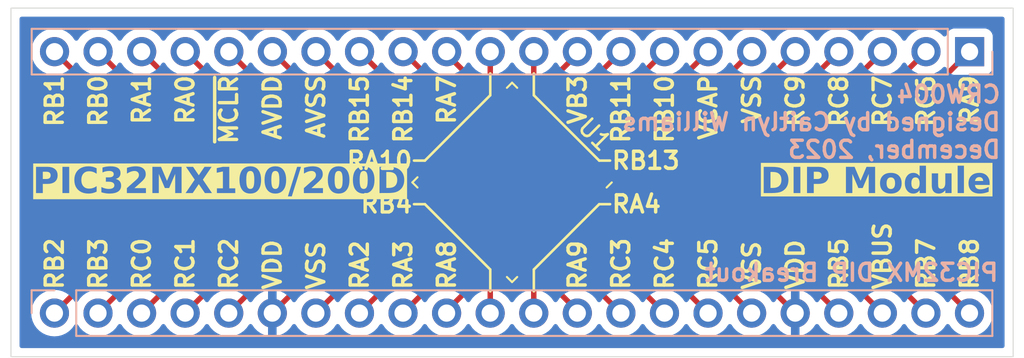
<source format=kicad_pcb>
(kicad_pcb (version 20221018) (generator pcbnew)
  (layers (0 "F.Cu" signal) (31 "B.Cu" signal) (34 "B.Paste" user) (35 "F.Paste" user) (36 "B.SilkS" user "B.Silkscreen") (37 "F.SilkS" user "F.Silkscreen") (38 "B.Mask" user) (39 "F.Mask" user) (44 "Edge.Cuts" user))
  (net 0 "")
  (net 1 "/RB9")
  (net 2 "/RC6")
  (net 3 "/RC7")
  (net 4 "/RC8")
  (net 5 "/RC9")
  (net 6 "/VSS")
  (net 7 "/VCAP")
  (net 8 "/RB10")
  (net 9 "/RB11")
  (net 10 "/VUSB3V3")
  (net 11 "/RB13")
  (net 12 "/RA10")
  (net 13 "/RA7")
  (net 14 "/RB14")
  (net 15 "/RB15")
  (net 16 "/AVSS")
  (net 17 "/AVDD")
  (net 18 "/~{MCLR}")
  (net 19 "/RA0")
  (net 20 "/RA1")
  (net 21 "/RB0")
  (net 22 "/RB1")
  (net 23 "/RB2")
  (net 24 "/RB3")
  (net 25 "/RC0")
  (net 26 "/RC1")
  (net 27 "/RC2")
  (net 28 "/VDD")
  (net 29 "/RA2")
  (net 30 "/RA3")
  (net 31 "/RA8")
  (net 32 "/RB4")
  (net 33 "/RA4")
  (net 34 "/RA9")
  (net 35 "/RC3")
  (net 36 "/RC4")
  (net 37 "/RC5")
  (net 38 "/RB5")
  (net 39 "/VBUS")
  (net 40 "/RB7")
  (net 41 "/RB8")
  (footprint "Package_DFN_QFN:QFN-44-1EP_8x8mm_P0.65mm_EP6.45x6.45mm" (layer "F.Cu") (at 153.67 71.12 -135)
    (fp_text reference "U1" (at -5.388154 -1.436841 -45) (layer "F.SilkS"))
    (fp_text value "PIC32MX250F128D-IPT")
    (fp_line (start -4.11 4.11) (end -4.11 3.685) (stroke (width 0.12)) (layer "F.SilkS"))
    (fp_line (start -3.685 -4.11) (end -4.11 -4.11) (stroke (width 0.12)) (layer "F.SilkS"))
    (fp_line (start -3.685 4.11) (end -4.11 4.11) (stroke (width 0.12)) (layer "F.SilkS"))
    (fp_line (start 3.685 -4.11) (end 4.11 -4.11) (stroke (width 0.12)) (layer "F.SilkS"))
    (fp_line (start 3.685 4.11) (end 4.11 4.11) (stroke (width 0.12)) (layer "F.SilkS"))
    (fp_line (start 4.11 -4.11) (end 4.11 -3.685) (stroke (width 0.12)) (layer "F.SilkS"))
    (fp_line (start 4.11 4.11) (end 4.11 3.685) (stroke (width 0.12)) (layer "F.SilkS"))
    (pad "1" smd roundrect (at -3.9375 -3.25 225) (size 0.825 0.35) (layers "F.Cu" "F.Paste" "F.Mask") (net 1 "/RB9"))
    (pad "2" smd roundrect (at -3.9375 -2.6 225) (size 0.825 0.35) (layers "F.Cu" "F.Paste" "F.Mask") (net 2 "/RC6"))
    (pad "3" smd roundrect (at -3.9375 -1.95 225) (size 0.825 0.35) (layers "F.Cu" "F.Paste" "F.Mask") (net 3 "/RC7"))
    (pad "4" smd roundrect (at -3.9375 -1.3 225) (size 0.825 0.35) (layers "F.Cu" "F.Paste" "F.Mask") (net 4 "/RC8"))
    (pad "5" smd roundrect (at -3.9375 -0.65 225) (size 0.825 0.35) (layers "F.Cu" "F.Paste" "F.Mask") (net 5 "/RC9"))
    (pad "6" smd roundrect (at -3.9375 0 225) (size 0.825 0.35) (layers "F.Cu" "F.Paste" "F.Mask") (net 6 "/VSS"))
    (pad "7" smd roundrect (at -3.9375 0.65 225) (size 0.825 0.35) (layers "F.Cu" "F.Paste" "F.Mask") (net 7 "/VCAP"))
    (pad "8" smd roundrect (at -3.9375 1.3 225) (size 0.825 0.35) (layers "F.Cu" "F.Paste" "F.Mask") (net 8 "/RB10"))
    (pad "9" smd roundrect (at -3.9375 1.95 225) (size 0.825 0.35) (layers "F.Cu" "F.Paste" "F.Mask") (net 9 "/RB11"))
    (pad "10" smd roundrect (at -3.9375 2.6 225) (size 0.825 0.35) (layers "F.Cu" "F.Paste" "F.Mask") (net 10 "/VUSB3V3"))
    (pad "11" smd roundrect (at -3.9375 3.25 225) (size 0.825 0.35) (layers "F.Cu" "F.Paste" "F.Mask") (net 11 "/RB13"))
    (pad "12" smd roundrect (at -3.25 3.9375 225) (size 0.35 0.825) (layers "F.Cu" "F.Paste" "F.Mask") (net 12 "/RA10"))
    (pad "13" smd roundrect (at -2.6 3.9375 225) (size 0.35 0.825) (layers "F.Cu" "F.Paste" "F.Mask") (net 13 "/RA7"))
    (pad "14" smd roundrect (at -1.95 3.9375 225) (size 0.35 0.825) (layers "F.Cu" "F.Paste" "F.Mask") (net 14 "/RB14"))
    (pad "15" smd roundrect (at -1.3 3.9375 225) (size 0.35 0.825) (layers "F.Cu" "F.Paste" "F.Mask") (net 15 "/RB15"))
    (pad "16" smd roundrect (at -0.65 3.9375 225) (size 0.35 0.825) (layers "F.Cu" "F.Paste" "F.Mask") (net 16 "/AVSS"))
    (pad "17" smd roundrect (at 0 3.9375 225) (size 0.35 0.825) (layers "F.Cu" "F.Paste" "F.Mask") (net 17 "/AVDD"))
    (pad "18" smd roundrect (at 0.65 3.9375 225) (size 0.35 0.825) (layers "F.Cu" "F.Paste" "F.Mask") (net 18 "/~{MCLR}"))
    (pad "19" smd roundrect (at 1.3 3.9375 225) (size 0.35 0.825) (layers "F.Cu" "F.Paste" "F.Mask") (net 19 "/RA0"))
    (pad "20" smd roundrect (at 1.95 3.9375 225) (size 0.35 0.825) (layers "F.Cu" "F.Paste" "F.Mask") (net 20 "/RA1"))
    (pad "21" smd roundrect (at 2.6 3.9375 225) (size 0.35 0.825) (layers "F.Cu" "F.Paste" "F.Mask") (net 21 "/RB0"))
    (pad "22" smd roundrect (at 3.25 3.9375 225) (size 0.35 0.825) (layers "F.Cu" "F.Paste" "F.Mask") (net 22 "/RB1"))
    (pad "23" smd roundrect (at 3.9375 3.25 225) (size 0.825 0.35) (layers "F.Cu" "F.Paste" "F.Mask") (net 23 "/RB2"))
    (pad "24" smd roundrect (at 3.9375 2.6 225) (size 0.825 0.35) (layers "F.Cu" "F.Paste" "F.Mask") (net 24 "/RB3"))
    (pad "25" smd roundrect (at 3.9375 1.95 225) (size 0.825 0.35) (layers "F.Cu" "F.Paste" "F.Mask") (net 25 "/RC0"))
    (pad "26" smd roundrect (at 3.9375 1.3 225) (size 0.825 0.35) (layers "F.Cu" "F.Paste" "F.Mask") (net 26 "/RC1"))
    (pad "27" smd roundrect (at 3.9375 0.65 225) (size 0.825 0.35) (layers "F.Cu" "F.Paste" "F.Mask") (net 27 "/RC2"))
    (pad "28" smd roundrect (at 3.9375 0 225) (size 0.825 0.35) (layers "F.Cu" "F.Paste" "F.Mask") (net 28 "/VDD"))
    (pad "29" smd roundrect (at 3.9375 -0.65 225) (size 0.825 0.35) (layers "F.Cu" "F.Paste" "F.Mask") (net 6 "/VSS"))
    (pad "30" smd roundrect (at 3.9375 -1.3 225) (size 0.825 0.35) (layers "F.Cu" "F.Paste" "F.Mask") (net 29 "/RA2"))
    (pad "31" smd roundrect (at 3.9375 -1.95 225) (size 0.825 0.35) (layers "F.Cu" "F.Paste" "F.Mask") (net 30 "/RA3"))
    (pad "32" smd roundrect (at 3.9375 -2.6 225) (size 0.825 0.35) (layers "F.Cu" "F.Paste" "F.Mask") (net 31 "/RA8"))
    (pad "33" smd roundrect (at 3.9375 -3.25 225) (size 0.825 0.35) (layers "F.Cu" "F.Paste" "F.Mask") (net 32 "/RB4"))
    (pad "34" smd roundrect (at 3.25 -3.9375 225) (size 0.35 0.825) (layers "F.Cu" "F.Paste" "F.Mask") (net 33 "/RA4"))
    (pad "35" smd roundrect (at 2.6 -3.9375 225) (size 0.35 0.825) (layers "F.Cu" "F.Paste" "F.Mask") (net 34 "/RA9"))
    (pad "36" smd roundrect (at 1.95 -3.9375 225) (size 0.35 0.825) (layers "F.Cu" "F.Paste" "F.Mask") (net 35 "/RC3"))
    (pad "37" smd roundrect (at 1.3 -3.9375 225) (size 0.35 0.825) (layers "F.Cu" "F.Paste" "F.Mask") (net 36 "/RC4"))
    (pad "38" smd roundrect (at 0.65 -3.9375 225) (size 0.35 0.825) (layers "F.Cu" "F.Paste" "F.Mask") (net 37 "/RC5"))
    (pad "39" smd roundrect (at 0 -3.9375 225) (size 0.35 0.825) (layers "F.Cu" "F.Paste" "F.Mask") (net 6 "/VSS"))
    (pad "40" smd roundrect (at -0.65 -3.9375 225) (size 0.35 0.825) (layers "F.Cu" "F.Paste" "F.Mask") (net 28 "/VDD"))
    (pad "41" smd roundrect (at -1.3 -3.9375 225) (size 0.35 0.825) (layers "F.Cu" "F.Paste" "F.Mask") (net 38 "/RB5"))
    (pad "42" smd roundrect (at -1.95 -3.9375 225) (size 0.35 0.825) (layers "F.Cu" "F.Paste" "F.Mask") (net 39 "/VBUS"))
    (pad "43" smd roundrect (at -2.6 -3.9375 225) (size 0.35 0.825) (layers "F.Cu" "F.Paste" "F.Mask") (net 40 "/RB7"))
    (pad "44" smd roundrect (at -3.25 -3.9375 225) (size 0.35 0.825) (layers "F.Cu" "F.Paste" "F.Mask") (net 41 "/RB8"))
    (pad "45" smd rect (at 0 0 225) (size 6.45 6.45) (layers "F.Cu" "F.Mask"))
  )
  (footprint "Connector_PinHeader_2.54mm:PinHeader_1x22_P2.54mm_Vertical" (layer "B.Cu") (at 180.34 63.5 90)
    (fp_text reference "J1" hide)
    (fp_text value "1-22")
    (fp_line (start -1.33 -54.67) (end 1.33 -54.67) (stroke (width 0.12)) (layer "B.SilkS"))
    (fp_line (start -1.33 -1.27) (end -1.33 -54.67) (stroke (width 0.12)) (layer "B.SilkS"))
    (fp_line (start -1.33 -1.27) (end 1.33 -1.27) (stroke (width 0.12)) (layer "B.SilkS"))
    (fp_line (start -1.33 0) (end -1.33 1.33) (stroke (width 0.12)) (layer "B.SilkS"))
    (fp_line (start -1.33 1.33) (end 0 1.33) (stroke (width 0.12)) (layer "B.SilkS"))
    (fp_line (start 1.33 -1.27) (end 1.33 -54.67) (stroke (width 0.12)) (layer "B.SilkS"))
    (pad "1" thru_hole rect (at 0 0 90) (size 1.7 1.7) (drill 1) (layers "*.Cu" "*.Mask") (net 1 "/RB9"))
    (pad "2" thru_hole oval (at 0 -2.54 90) (size 1.7 1.7) (drill 1) (layers "*.Cu" "*.Mask") (net 2 "/RC6"))
    (pad "3" thru_hole oval (at 0 -5.08 90) (size 1.7 1.7) (drill 1) (layers "*.Cu" "*.Mask") (net 3 "/RC7"))
    (pad "4" thru_hole oval (at 0 -7.62 90) (size 1.7 1.7) (drill 1) (layers "*.Cu" "*.Mask") (net 4 "/RC8"))
    (pad "5" thru_hole oval (at 0 -10.16 90) (size 1.7 1.7) (drill 1) (layers "*.Cu" "*.Mask") (net 5 "/RC9"))
    (pad "6" thru_hole oval (at 0 -12.7 90) (size 1.7 1.7) (drill 1) (layers "*.Cu" "*.Mask") (net 6 "/VSS"))
    (pad "7" thru_hole oval (at 0 -15.24 90) (size 1.7 1.7) (drill 1) (layers "*.Cu" "*.Mask") (net 7 "/VCAP"))
    (pad "8" thru_hole oval (at 0 -17.78 90) (size 1.7 1.7) (drill 1) (layers "*.Cu" "*.Mask") (net 8 "/RB10"))
    (pad "9" thru_hole oval (at 0 -20.32 90) (size 1.7 1.7) (drill 1) (layers "*.Cu" "*.Mask") (net 9 "/RB11"))
    (pad "10" thru_hole oval (at 0 -22.86 90) (size 1.7 1.7) (drill 1) (layers "*.Cu" "*.Mask") (net 10 "/VUSB3V3"))
    (pad "11" thru_hole oval (at 0 -25.4 90) (size 1.7 1.7) (drill 1) (layers "*.Cu" "*.Mask") (net 11 "/RB13"))
    (pad "12" thru_hole oval (at 0 -27.94 90) (size 1.7 1.7) (drill 1) (layers "*.Cu" "*.Mask") (net 12 "/RA10"))
    (pad "13" thru_hole oval (at 0 -30.48 90) (size 1.7 1.7) (drill 1) (layers "*.Cu" "*.Mask") (net 13 "/RA7"))
    (pad "14" thru_hole oval (at 0 -33.02 90) (size 1.7 1.7) (drill 1) (layers "*.Cu" "*.Mask") (net 14 "/RB14"))
    (pad "15" thru_hole oval (at 0 -35.56 90) (size 1.7 1.7) (drill 1) (layers "*.Cu" "*.Mask") (net 15 "/RB15"))
    (pad "16" thru_hole oval (at 0 -38.1 90) (size 1.7 1.7) (drill 1) (layers "*.Cu" "*.Mask") (net 16 "/AVSS"))
    (pad "17" thru_hole oval (at 0 -40.64 90) (size 1.7 1.7) (drill 1) (layers "*.Cu" "*.Mask") (net 17 "/AVDD"))
    (pad "18" thru_hole oval (at 0 -43.18 90) (size 1.7 1.7) (drill 1) (layers "*.Cu" "*.Mask") (net 18 "/~{MCLR}"))
    (pad "19" thru_hole oval (at 0 -45.72 90) (size 1.7 1.7) (drill 1) (layers "*.Cu" "*.Mask") (net 19 "/RA0"))
    (pad "20" thru_hole oval (at 0 -48.26 90) (size 1.7 1.7) (drill 1) (layers "*.Cu" "*.Mask") (net 20 "/RA1"))
    (pad "21" thru_hole oval (at 0 -50.8 90) (size 1.7 1.7) (drill 1) (layers "*.Cu" "*.Mask") (net 21 "/RB0"))
    (pad "22" thru_hole oval (at 0 -53.34 90) (size 1.7 1.7) (drill 1) (layers "*.Cu" "*.Mask") (net 22 "/RB1"))
  )
  (footprint "Connector_PinHeader_2.54mm:PinHeader_1x22_P2.54mm_Vertical" (layer "B.Cu") (at 126.995 78.74 -90)
    (fp_text reference "J2" hide)
    (fp_text value "23-44")
    (fp_line (start -1.33 -54.67) (end 1.33 -54.67) (stroke (width 0.12)) (layer "B.SilkS"))
    (fp_line (start -1.33 -1.27) (end -1.33 -54.67) (stroke (width 0.12)) (layer "B.SilkS"))
    (fp_line (start -1.33 -1.27) (end 1.33 -1.27) (stroke (width 0.12)) (layer "B.SilkS"))
    (fp_line (start -1.33 0) (end -1.33 1.33) (stroke (width 0.12)) (layer "B.SilkS"))
    (fp_line (start -1.33 1.33) (end 0 1.33) (stroke (width 0.12)) (layer "B.SilkS"))
    (fp_line (start 1.33 -1.27) (end 1.33 -54.67) (stroke (width 0.12)) (layer "B.SilkS"))
    (pad "1" thru_hole circle (at 0 0 270) (size 1.7 1.7) (drill 1) (layers "*.Cu" "*.Mask") (net 23 "/RB2"))
    (pad "2" thru_hole oval (at 0 -2.54 270) (size 1.7 1.7) (drill 1) (layers "*.Cu" "*.Mask") (net 24 "/RB3"))
    (pad "3" thru_hole oval (at 0 -5.08 270) (size 1.7 1.7) (drill 1) (layers "*.Cu" "*.Mask") (net 25 "/RC0"))
    (pad "4" thru_hole oval (at 0 -7.62 270) (size 1.7 1.7) (drill 1) (layers "*.Cu" "*.Mask") (net 26 "/RC1"))
    (pad "5" thru_hole oval (at 0 -10.16 270) (size 1.7 1.7) (drill 1) (layers "*.Cu" "*.Mask") (net 27 "/RC2"))
    (pad "6" thru_hole oval (at 0 -12.7 270) (size 1.7 1.7) (drill 1) (layers "*.Cu" "*.Mask") (net 28 "/VDD"))
    (pad "7" thru_hole oval (at 0 -15.24 270) (size 1.7 1.7) (drill 1) (layers "*.Cu" "*.Mask") (net 6 "/VSS"))
    (pad "8" thru_hole oval (at 0 -17.78 270) (size 1.7 1.7) (drill 1) (layers "*.Cu" "*.Mask") (net 29 "/RA2"))
    (pad "9" thru_hole oval (at 0 -20.32 270) (size 1.7 1.7) (drill 1) (layers "*.Cu" "*.Mask") (net 30 "/RA3"))
    (pad "10" thru_hole oval (at 0 -22.86 270) (size 1.7 1.7) (drill 1) (layers "*.Cu" "*.Mask") (net 31 "/RA8"))
    (pad "11" thru_hole oval (at 0 -25.4 270) (size 1.7 1.7) (drill 1) (layers "*.Cu" "*.Mask") (net 32 "/RB4"))
    (pad "12" thru_hole oval (at 0 -27.94 270) (size 1.7 1.7) (drill 1) (layers "*.Cu" "*.Mask") (net 33 "/RA4"))
    (pad "13" thru_hole oval (at 0 -30.48 270) (size 1.7 1.7) (drill 1) (layers "*.Cu" "*.Mask") (net 34 "/RA9"))
    (pad "14" thru_hole oval (at 0 -33.02 270) (size 1.7 1.7) (drill 1) (layers "*.Cu" "*.Mask") (net 35 "/RC3"))
    (pad "15" thru_hole oval (at 0 -35.56 270) (size 1.7 1.7) (drill 1) (layers "*.Cu" "*.Mask") (net 36 "/RC4"))
    (pad "16" thru_hole oval (at 0 -38.1 270) (size 1.7 1.7) (drill 1) (layers "*.Cu" "*.Mask") (net 37 "/RC5"))
    (pad "17" thru_hole oval (at 0 -40.64 270) (size 1.7 1.7) (drill 1) (layers "*.Cu" "*.Mask") (net 6 "/VSS"))
    (pad "18" thru_hole oval (at 0 -43.18 270) (size 1.7 1.7) (drill 1) (layers "*.Cu" "*.Mask") (net 28 "/VDD"))
    (pad "19" thru_hole oval (at 0 -45.72 270) (size 1.7 1.7) (drill 1) (layers "*.Cu" "*.Mask") (net 38 "/RB5"))
    (pad "20" thru_hole oval (at 0 -48.26 270) (size 1.7 1.7) (drill 1) (layers "*.Cu" "*.Mask") (net 39 "/VBUS"))
    (pad "21" thru_hole oval (at 0 -50.8 270) (size 1.7 1.7) (drill 1) (layers "*.Cu" "*.Mask") (net 40 "/RB7"))
    (pad "22" thru_hole oval (at 0 -53.34 270) (size 1.7 1.7) (drill 1) (layers "*.Cu" "*.Mask") (net 41 "/RB8"))
  )
  (gr_line (start 154.94 76.2) (end 158.75 72.39) (stroke (width 0.15)) (layer "F.SilkS"))
  (gr_line (start 158.75 69.85) (end 159.385 69.85) (stroke (width 0.15)) (layer "F.SilkS"))
  (gr_line (start 148.59 69.85) (end 147.955 69.85) (stroke (width 0.15)) (layer "F.SilkS"))
  (gr_line (start 152.4 76.2) (end 148.59 72.39) (stroke (width 0.15)) (layer "F.SilkS"))
  (gr_line (start 152.4 64.77) (end 152.4 66.04) (stroke (width 0.15)) (layer "F.SilkS"))
  (gr_line (start 154.94 66.04) (end 158.75 69.85) (stroke (width 0.15)) (layer "F.SilkS"))
  (gr_line (start 158.75 72.39) (end 159.385 72.39) (stroke (width 0.15)) (layer "F.SilkS"))
  (gr_line (start 154.94 64.77) (end 154.94 66.04) (stroke (width 0.15)) (layer "F.SilkS"))
  (gr_line (start 152.4 66.04) (end 148.59 69.85) (stroke (width 0.15)) (layer "F.SilkS"))
  (gr_line (start 148.59 72.39) (end 147.955 72.39) (stroke (width 0.15)) (layer "F.SilkS"))
  (gr_line (start 152.4 77.47) (end 152.4 76.2) (stroke (width 0.15)) (layer "F.SilkS"))
  (gr_line (start 154.94 77.47) (end 154.94 76.2) (stroke (width 0.15)) (layer "F.SilkS"))
  (gr_rect (start 124.46 60.96) (end 182.88 81.28) (stroke (width 0.05)) (fill none) (layer "Edge.Cuts"))
  (gr_text "PIC32MX DIP Breakout" (at 182.118 76.962) (layer "B.SilkS") (effects (font (size 1 1) (thickness 0.2) bold) (justify left bottom mirror)))
  (gr_text "CRW004\nDesigned by Caitlyn Williams\nDecember, 2023" (at 182.245 65.405) (layer "B.SilkS") (effects (font (size 1 1) (thickness 0.2) bold) (justify left top mirror)))
  (gr_text "RB7" (at 177.8 77.47 90) (layer "F.SilkS") (effects (font (size 1 1) (thickness 0.2) bold) (justify left)))
  (gr_text "RC5" (at 165.1 77.47 90) (layer "F.SilkS") (effects (font (size 1 1) (thickness 0.2) bold) (justify left)))
  (gr_text "VB3" (at 157.48 64.77 90) (layer "F.SilkS") (effects (font (size 1 1) (thickness 0.2) bold) (justify right)))
  (gr_text "RA1" (at 132.08 64.77 90) (layer "F.SilkS") (effects (font (size 1 1) (thickness 0.2) bold) (justify right)))
  (gr_text "RB13" (at 159.385 69.85) (layer "F.SilkS") (effects (font (size 1 1) (thickness 0.2) bold) (justify left)))
  (gr_text "RB14" (at 147.32 64.77 90) (layer "F.SilkS") (effects (font (size 1 1) (thickness 0.2) bold) (justify right)))
  (gr_text "RA3" (at 147.32 77.47 90) (layer "F.SilkS") (effects (font (size 1 1) (thickness 0.2) bold) (justify left)))
  (gr_text "VDD" (at 139.7 77.47 90) (layer "F.SilkS") (effects (font (size 1 1) (thickness 0.2) bold) (justify left)))
  (gr_text "~{MCLR}" (at 137.16 64.77 90) (layer "F.SilkS") (effects (font (size 1 1) (thickness 0.2) bold) (justify right)))
  (gr_text "RA9" (at 157.48 77.47 90) (layer "F.SilkS") (effects (font (size 1 1) (thickness 0.2) bold) (justify left)))
  (gr_text "DIP Module" (at 181.61 71.12) (layer "F.SilkS" knockout) (effects (font (size 1.5 1.5) (thickness 0.15) bold) (justify right)))
  (gr_text "PIC32MX100/200D" (at 125.73 71.12) (layer "F.SilkS" knockout) (effects (font (size 1.5 1.5) (thickness 0.15) bold) (justify left)))
  (gr_text "RB1" (at 127 64.77 90) (layer "F.SilkS") (effects (font (size 1 1) (thickness 0.2) bold) (justify right)))
  (gr_text "RC2" (at 137.16 77.47 90) (layer "F.SilkS") (effects (font (size 1 1) (thickness 0.2) bold) (justify left)))
  (gr_text "RB5" (at 172.72 77.47 90) (layer "F.SilkS") (effects (font (size 1 1) (thickness 0.2) bold) (justify left)))
  (gr_text "RC4" (at 162.56 77.47 90) (layer "F.SilkS") (effects (font (size 1 1) (thickness 0.2) bold) (justify left)))
  (gr_text "RA0" (at 134.62 64.77 90) (layer "F.SilkS") (effects (font (size 1 1) (thickness 0.2) bold) (justify right)))
  (gr_text "RB10" (at 162.56 64.77 90) (layer "F.SilkS") (effects (font (size 1 1) (thickness 0.2) bold) (justify right)))
  (gr_text "RC9" (at 170.18 64.77 90) (layer "F.SilkS") (effects (font (size 1 1) (thickness 0.2) bold) (justify right)))
  (gr_text "VSS" (at 142.24 77.47 90) (layer "F.SilkS") (effects (font (size 1 1) (thickness 0.2) bold) (justify left)))
  (gr_text "RA4" (at 159.385 72.39) (layer "F.SilkS") (effects (font (size 1 1) (thickness 0.2) bold) (justify left)))
  (gr_text "VCAP" (at 165.1 64.77 90) (layer "F.SilkS") (effects (font (size 1 1) (thickness 0.2) bold) (justify right)))
  (gr_text "RB2" (at 127 77.47 90) (layer "F.SilkS") (effects (font (size 1 1) (thickness 0.2) bold) (justify left)))
  (gr_text "RB3" (at 129.54 77.47 90) (layer "F.SilkS") (effects (font (size 1 1) (thickness 0.2) bold) (justify left)))
  (gr_text "RA8" (at 149.86 77.47 90) (layer "F.SilkS") (effects (font (size 1 1) (thickness 0.2) bold) (justify left)))
  (gr_text "RA2" (at 144.78 77.47 90) (layer "F.SilkS") (effects (font (size 1 1) (thickness 0.2) bold) (justify left)))
  (gr_text "RB4" (at 147.955 72.39) (layer "F.SilkS") (effects (font (size 1 1) (thickness 0.2) bold) (justify right)))
  (gr_text "VBUS" (at 175.26 77.47 90) (layer "F.SilkS") (effects (font (size 1 1) (thickness 0.2) bold) (justify left)))
  (gr_text "RA9" (at 180.34 64.77 90) (layer "F.SilkS") (effects (font (size 1 1) (thickness 0.2) bold) (justify right)))
  (gr_text "RA7" (at 149.86 64.77 90) (layer "F.SilkS") (effects (font (size 1 1) (thickness 0.2) bold) (justify right)))
  (gr_text "RC8" (at 172.72 64.77 90) (layer "F.SilkS") (effects (font (size 1 1) (thickness 0.2) bold) (justify right)))
  (gr_text "AVSS" (at 142.24 64.77 90) (layer "F.SilkS") (effects (font (size 1 1) (thickness 0.2) bold) (justify right)))
  (gr_text "RC6" (at 177.8 64.77 90) (layer "F.SilkS") (effects (font (size 1 1) (thickness 0.2) bold) (justify right)))
  (gr_text "RC1" (at 134.62 77.47 90) (layer "F.SilkS") (effects (font (size 1 1) (thickness 0.2) bold) (justify left)))
  (gr_text "RB15" (at 144.78 64.77 90) (layer "F.SilkS") (effects (font (size 1 1) (thickness 0.2) bold) (justify right)))
  (gr_text "VSS" (at 167.64 77.47 90) (layer "F.SilkS") (effects (font (size 1 1) (thickness 0.2) bold) (justify left)))
  (gr_text "AVDD" (at 139.7 64.77 90) (layer "F.SilkS") (effects (font (size 1 1) (thickness 0.2) bold) (justify right)))
  (gr_text "RB0" (at 129.54 64.77 90) (layer "F.SilkS") (effects (font (size 1 1) (thickness 0.2) bold) (justify right)))
  (gr_text "RC3" (at 160.02 77.47 90) (layer "F.SilkS") (effects (font (size 1 1) (thickness 0.2) bold) (justify left)))
  (gr_text "RA10" (at 147.955 69.85) (layer "F.SilkS") (effects (font (size 1 1) (thickness 0.2) bold) (justify right)))
  (gr_text "RB8" (at 180.34 77.47 90) (layer "F.SilkS") (effects (font (size 1 1) (thickness 0.2) bold) (justify left)))
  (gr_text "VSS" (at 167.64 64.77 90) (layer "F.SilkS") (effects (font (size 1 1) (thickness 0.2) bold) (justify right)))
  (gr_text "VDD" (at 170.18 77.47 90) (layer "F.SilkS") (effects (font (size 1 1) (thickness 0.2) bold) (justify left)))
  (gr_text "RC7" (at 175.26 64.77 90) (layer "F.SilkS") (effects (font (size 1 1) (thickness 0.2) bold) (justify right)))
  (gr_text "RC0" (at 132.08 77.47 90) (layer "F.SilkS") (effects (font (size 1 1) (thickness 0.2) bold) (justify left)))
  (gr_text "RB11" (at 160.02 64.77 90) (layer "F.SilkS") (effects (font (size 1 1) (thickness 0.2) bold) (justify right)))
  (segment (start 173.5278 70.3072) (end 159.078994 70.3072) (width 0.3048) (layer "F.Cu") (net 1))
  (segment (start 180.335 63.5) (end 173.5278 70.3072) (width 0.3048) (layer "F.Cu") (net 1))
  (segment (start 180.335 63.5) (end 173.5278 70.3072) (width 0.3048) (layer "F.Cu") (net 1))
  (segment (start 159.078994 70.3072) (end 158.75233 70.633864) (width 0.3048) (layer "F.Cu") (net 1))
  (segment (start 159.078994 70.3072) (end 158.75233 70.633864) (width 0.3048) (layer "F.Cu") (net 1))
  (segment (start 173.5278 70.3072) (end 159.078994 70.3072) (width 0.3048) (layer "F.Cu") (net 1))
  (segment (start 177.795 63.5) (end 171.45 69.845) (width 0.3048) (layer "F.Cu") (net 2))
  (segment (start 171.45 69.85) (end 158.616956 69.85) (width 0.3048) (layer "F.Cu") (net 2))
  (segment (start 171.45 69.85) (end 158.616956 69.85) (width 0.3048) (layer "F.Cu") (net 2))
  (segment (start 158.616956 69.85) (end 158.292711 70.174245) (width 0.3048) (layer "F.Cu") (net 2))
  (segment (start 171.45 69.845) (end 171.45 69.85) (width 0.3048) (layer "F.Cu") (net 2))
  (segment (start 171.45 69.845) (end 171.45 69.85) (width 0.3048) (layer "F.Cu") (net 2))
  (segment (start 158.616956 69.85) (end 158.292711 70.174245) (width 0.3048) (layer "F.Cu") (net 2))
  (segment (start 177.795 63.5) (end 171.45 69.845) (width 0.3048) (layer "F.Cu") (net 2))
  (segment (start 169.3622 69.3928) (end 158.154916 69.3928) (width 0.3048) (layer "F.Cu") (net 3))
  (segment (start 175.255 63.5) (end 169.3622 69.3928) (width 0.3048) (layer "F.Cu") (net 3))
  (segment (start 175.255 63.5) (end 169.3622 69.3928) (width 0.3048) (layer "F.Cu") (net 3))
  (segment (start 158.154916 69.3928) (end 157.833091 69.714625) (width 0.3048) (layer "F.Cu") (net 3))
  (segment (start 169.3622 69.3928) (end 158.154916 69.3928) (width 0.3048) (layer "F.Cu") (net 3))
  (segment (start 158.154916 69.3928) (end 157.833091 69.714625) (width 0.3048) (layer "F.Cu") (net 3))
  (segment (start 172.715 63.5) (end 167.2794 68.9356) (width 0.3048) (layer "F.Cu") (net 4))
  (segment (start 157.692878 68.9356) (end 157.373472 69.255006) (width 0.3048) (layer "F.Cu") (net 4))
  (segment (start 167.2794 68.9356) (end 157.692878 68.9356) (width 0.3048) (layer "F.Cu") (net 4))
  (segment (start 167.2794 68.9356) (end 157.692878 68.9356) (width 0.3048) (layer "F.Cu") (net 4))
  (segment (start 172.715 63.5) (end 167.2794 68.9356) (width 0.3048) (layer "F.Cu") (net 4))
  (segment (start 157.692878 68.9356) (end 157.373472 69.255006) (width 0.3048) (layer "F.Cu") (net 4))
  (segment (start 157.230838 68.4784) (end 156.913852 68.795386) (width 0.3048) (layer "F.Cu") (net 5))
  (segment (start 170.175 63.5) (end 165.1966 68.4784) (width 0.3048) (layer "F.Cu") (net 5))
  (segment (start 157.230838 68.4784) (end 156.913852 68.795386) (width 0.3048) (layer "F.Cu") (net 5))
  (segment (start 170.175 63.5) (end 165.1966 68.4784) (width 0.3048) (layer "F.Cu") (net 5))
  (segment (start 165.1966 68.4784) (end 157.230838 68.4784) (width 0.3048) (layer "F.Cu") (net 5))
  (segment (start 165.1966 68.4784) (end 157.230838 68.4784) (width 0.3048) (layer "F.Cu") (net 5))
  (segment (start 156.7688 68.0212) (end 156.454233 68.335767) (width 0.3048) (layer "F.Cu") (net 6))
  (segment (start 167.635 78.74) (end 163.1138 74.2188) (width 0.3048) (layer "F.Cu") (net 6))
  (segment (start 156.7688 74.2188) (end 156.454233 73.904233) (width 0.3048) (layer "F.Cu") (net 6))
  (segment (start 146.304 74.676) (end 151.028238 74.676) (width 0.3048) (layer "F.Cu") (net 6))
  (segment (start 151.028238 74.676) (end 151.340386 74.363852) (width 0.3048) (layer "F.Cu") (net 6))
  (segment (start 167.635 78.74) (end 163.1138 74.2188) (width 0.3048) (layer "F.Cu") (net 6))
  (segment (start 167.635 63.5) (end 163.1138 68.0212) (width 0.3048) (layer "F.Cu") (net 6))
  (segment (start 167.635 63.5) (end 163.1138 68.0212) (width 0.3048) (layer "F.Cu") (net 6))
  (segment (start 146.304 74.676) (end 151.028238 74.676) (width 0.3048) (layer "F.Cu") (net 6))
  (segment (start 163.1138 74.2188) (end 156.7688 74.2188) (width 0.3048) (layer "F.Cu") (net 6))
  (segment (start 156.7688 74.2188) (end 156.454233 73.904233) (width 0.3048) (layer "F.Cu") (net 6))
  (segment (start 142.24 78.74) (end 146.304 74.676) (width 0.3048) (layer "F.Cu") (net 6))
  (segment (start 142.24 78.74) (end 146.304 74.676) (width 0.3048) (layer "F.Cu") (net 6))
  (segment (start 163.1138 74.2188) (end 156.7688 74.2188) (width 0.3048) (layer "F.Cu") (net 6))
  (segment (start 156.7688 68.0212) (end 156.454233 68.335767) (width 0.3048) (layer "F.Cu") (net 6))
  (segment (start 151.028238 74.676) (end 151.340386 74.363852) (width 0.3048) (layer "F.Cu") (net 6))
  (segment (start 163.1138 68.0212) (end 156.7688 68.0212) (width 0.3048) (layer "F.Cu") (net 6))
  (segment (start 163.1138 68.0212) (end 156.7688 68.0212) (width 0.3048) (layer "F.Cu") (net 6))
  (segment (start 156.306762 67.564) (end 155.994614 67.876148) (width 0.3048) (layer "F.Cu") (net 7))
  (segment (start 165.095 63.5) (end 161.031 67.564) (width 0.3048) (layer "F.Cu") (net 7))
  (segment (start 156.306762 67.564) (end 155.994614 67.876148) (width 0.3048) (layer "F.Cu") (net 7))
  (segment (start 161.031 67.564) (end 156.306762 67.564) (width 0.3048) (layer "F.Cu") (net 7))
  (segment (start 161.031 67.564) (end 156.306762 67.564) (width 0.3048) (layer "F.Cu") (net 7))
  (segment (start 165.095 63.5) (end 161.031 67.564) (width 0.3048) (layer "F.Cu") (net 7))
  (segment (start 162.555 63.5) (end 158.9482 67.1068) (width 0.3048) (layer "F.Cu") (net 8))
  (segment (start 158.9482 67.1068) (end 155.844722 67.1068) (width 0.3048) (layer "F.Cu") (net 8))
  (segment (start 162.555 63.5) (end 158.9482 67.1068) (width 0.3048) (layer "F.Cu") (net 8))
  (segment (start 155.844722 67.1068) (end 155.534994 67.416528) (width 0.3048) (layer "F.Cu") (net 8))
  (segment (start 155.844722 67.1068) (end 155.534994 67.416528) (width 0.3048) (layer "F.Cu") (net 8))
  (segment (start 158.9482 67.1068) (end 155.844722 67.1068) (width 0.3048) (layer "F.Cu") (net 8))
  (segment (start 155.382684 66.6496) (end 155.075375 66.956909) (width 0.3048) (layer "F.Cu") (net 9))
  (segment (start 155.382684 66.6496) (end 155.075375 66.956909) (width 0.3048) (layer "F.Cu") (net 9))
  (segment (start 156.8654 66.6496) (end 155.382684 66.6496) (width 0.3048) (layer "F.Cu") (net 9))
  (segment (start 160.015 63.5) (end 156.8654 66.6496) (width 0.3048) (layer "F.Cu") (net 9))
  (segment (start 160.015 63.5) (end 156.8654 66.6496) (width 0.3048) (layer "F.Cu") (net 9))
  (segment (start 156.8654 66.6496) (end 155.382684 66.6496) (width 0.3048) (layer "F.Cu") (net 9))
  (segment (start 157.475 63.5) (end 157.475 63.638044) (width 0.3048) (layer "F.Cu") (net 10))
  (segment (start 157.475 63.638044) (end 154.615755 66.497289) (width 0.3048) (layer "F.Cu") (net 10))
  (segment (start 157.475 63.5) (end 157.475 63.638044) (width 0.3048) (layer "F.Cu") (net 10))
  (segment (start 157.475 63.638044) (end 154.615755 66.497289) (width 0.3048) (layer "F.Cu") (net 10))
  (segment (start 154.935 65.258806) (end 154.156136 66.03767) (width 0.3048) (layer "F.Cu") (net 11))
  (segment (start 154.935 63.5) (end 154.935 65.258806) (width 0.3048) (layer "F.Cu") (net 11))
  (segment (start 154.935 63.5) (end 154.935 65.258806) (width 0.3048) (layer "F.Cu") (net 11))
  (segment (start 154.935 65.258806) (end 154.156136 66.03767) (width 0.3048) (layer "F.Cu") (net 11))
  (segment (start 152.4 65.258806) (end 153.178864 66.03767) (width 0.3048) (layer "F.Cu") (net 12))
  (segment (start 152.4 65.258806) (end 153.178864 66.03767) (width 0.3048) (layer "F.Cu") (net 12))
  (segment (start 152.4 63.5) (end 152.4 65.258806) (width 0.3048) (layer "F.Cu") (net 12))
  (segment (start 152.4 63.5) (end 152.4 65.258806) (width 0.3048) (layer "F.Cu") (net 12))
  (segment (start 149.86 63.638044) (end 152.719245 66.497289) (width 0.3048) (layer "F.Cu") (net 13))
  (segment (start 149.86 63.638044) (end 152.719245 66.497289) (width 0.3048) (layer "F.Cu") (net 13))
  (segment (start 149.86 63.5) (end 149.86 63.638044) (width 0.3048) (layer "F.Cu") (net 13))
  (segment (start 149.86 63.5) (end 149.86 63.638044) (width 0.3048) (layer "F.Cu") (net 13))
  (segment (start 147.32 63.5) (end 150.4696 66.6496) (width 0.3048) (layer "F.Cu") (net 14))
  (segment (start 151.952316 66.6496) (end 152.259625 66.956909) (width 0.3048) (layer "F.Cu") (net 14))
  (segment (start 150.4696 66.6496) (end 151.952316 66.6496) (width 0.3048) (layer "F.Cu") (net 14))
  (segment (start 150.4696 66.6496) (end 151.952316 66.6496) (width 0.3048) (layer "F.Cu") (net 14))
  (segment (start 151.952316 66.6496) (end 152.259625 66.956909) (width 0.3048) (layer "F.Cu") (net 14))
  (segment (start 147.32 63.5) (end 150.4696 66.6496) (width 0.3048) (layer "F.Cu") (net 14))
  (segment (start 148.3868 67.1068) (end 151.490278 67.1068) (width 0.3048) (layer "F.Cu") (net 15))
  (segment (start 151.490278 67.1068) (end 151.800006 67.416528) (width 0.3048) (layer "F.Cu") (net 15))
  (segment (start 144.78 63.5) (end 148.3868 67.1068) (width 0.3048) (layer "F.Cu") (net 15))
  (segment (start 144.78 63.5) (end 148.3868 67.1068) (width 0.3048) (layer "F.Cu") (net 15))
  (segment (start 148.3868 67.1068) (end 151.490278 67.1068) (width 0.3048) (layer "F.Cu") (net 15))
  (segment (start 151.490278 67.1068) (end 151.800006 67.416528) (width 0.3048) (layer "F.Cu") (net 15))
  (segment (start 146.304 67.564) (end 151.028238 67.564) (width 0.3048) (layer "F.Cu") (net 16))
  (segment (start 151.028238 67.564) (end 151.340386 67.876148) (width 0.3048) (layer "F.Cu") (net 16))
  (segment (start 142.24 63.5) (end 146.304 67.564) (width 0.3048) (layer "F.Cu") (net 16))
  (segment (start 146.304 67.564) (end 151.028238 67.564) (width 0.3048) (layer "F.Cu") (net 16))
  (segment (start 151.028238 67.564) (end 151.340386 67.876148) (width 0.3048) (layer "F.Cu") (net 16))
  (segment (start 142.24 63.5) (end 146.304 67.564) (width 0.3048) (layer "F.Cu") (net 16))
  (segment (start 139.7 63.5) (end 144.2212 68.0212) (width 0.3048) (layer "F.Cu") (net 17))
  (segment (start 150.5662 68.0212) (end 150.880767 68.335767) (width 0.3048) (layer "F.Cu") (net 17))
  (segment (start 150.5662 68.0212) (end 150.880767 68.335767) (width 0.3048) (layer "F.Cu") (net 17))
  (segment (start 144.2212 68.0212) (end 150.5662 68.0212) (width 0.3048) (layer "F.Cu") (net 17))
  (segment (start 144.2212 68.0212) (end 150.5662 68.0212) (width 0.3048) (layer "F.Cu") (net 17))
  (segment (start 139.7 63.5) (end 144.2212 68.0212) (width 0.3048) (layer "F.Cu") (net 17))
  (segment (start 150.104162 68.4784) (end 150.421148 68.795386) (width 0.3048) (layer "F.Cu") (net 18))
  (segment (start 150.104162 68.4784) (end 150.421148 68.795386) (width 0.3048) (layer "F.Cu") (net 18))
  (segment (start 137.16 63.5) (end 142.1384 68.4784) (width 0.3048) (layer "F.Cu") (net 18))
  (segment (start 142.1384 68.4784) (end 150.104162 68.4784) (width 0.3048) (layer "F.Cu") (net 18))
  (segment (start 137.16 63.5) (end 142.1384 68.4784) (width 0.3048) (layer "F.Cu") (net 18))
  (segment (start 142.1384 68.4784) (end 150.104162 68.4784) (width 0.3048) (layer "F.Cu") (net 18))
  (segment (start 149.642122 68.9356) (end 149.961528 69.255006) (width 0.3048) (layer "F.Cu") (net 19))
  (segment (start 140.0556 68.9356) (end 149.642122 68.9356) (width 0.3048) (layer "F.Cu") (net 19))
  (segment (start 149.642122 68.9356) (end 149.961528 69.255006) (width 0.3048) (layer "F.Cu") (net 19))
  (segment (start 134.62 63.5) (end 140.0556 68.9356) (width 0.3048) (layer "F.Cu") (net 19))
  (segment (start 134.62 63.5) (end 140.0556 68.9356) (width 0.3048) (layer "F.Cu") (net 19))
  (segment (start 140.0556 68.9356) (end 149.642122 68.9356) (width 0.3048) (layer "F.Cu") (net 19))
  (segment (start 149.180084 69.3928) (end 149.501909 69.714625) (width 0.3048) (layer "F.Cu") (net 20))
  (segment (start 137.9728 69.3928) (end 149.180084 69.3928) (width 0.3048) (layer "F.Cu") (net 20))
  (segment (start 132.08 63.5) (end 137.9728 69.3928) (width 0.3048) (layer "F.Cu") (net 20))
  (segment (start 137.9728 69.3928) (end 149.180084 69.3928) (width 0.3048) (layer "F.Cu") (net 20))
  (segment (start 149.180084 69.3928) (end 149.501909 69.714625) (width 0.3048) (layer "F.Cu") (net 20))
  (segment (start 132.08 63.5) (end 137.9728 69.3928) (width 0.3048) (layer "F.Cu") (net 20))
  (segment (start 135.885 69.845) (end 135.885 69.85) (width 0.3048) (layer "F.Cu") (net 21))
  (segment (start 129.54 63.5) (end 135.885 69.845) (width 0.3048) (layer "F.Cu") (net 21))
  (segment (start 148.718044 69.85) (end 149.042289 70.174245) (width 0.3048) (layer "F.Cu") (net 21))
  (segment (start 129.54 63.5) (end 135.885 69.845) (width 0.3048) (layer "F.Cu") (net 21))
  (segment (start 148.718044 69.85) (end 149.042289 70.174245) (width 0.3048) (layer "F.Cu") (net 21))
  (segment (start 135.885 69.85) (end 148.718044 69.85) (width 0.3048) (layer "F.Cu") (net 21))
  (segment (start 135.885 69.845) (end 135.885 69.85) (width 0.3048) (layer "F.Cu") (net 21))
  (segment (start 135.885 69.85) (end 148.718044 69.85) (width 0.3048) (layer "F.Cu") (net 21))
  (segment (start 148.256006 70.3072) (end 148.58267 70.633864) (width 0.3048) (layer "F.Cu") (net 22))
  (segment (start 148.256006 70.3072) (end 148.58267 70.633864) (width 0.3048) (layer "F.Cu") (net 22))
  (segment (start 133.8072 70.3072) (end 148.256006 70.3072) (width 0.3048) (layer "F.Cu") (net 22))
  (segment (start 133.8072 70.3072) (end 148.256006 70.3072) (width 0.3048) (layer "F.Cu") (net 22))
  (segment (start 127 63.5) (end 133.8072 70.3072) (width 0.3048) (layer "F.Cu") (net 22))
  (segment (start 127 63.5) (end 133.8072 70.3072) (width 0.3048) (layer "F.Cu") (net 22))
  (segment (start 148.256006 71.9328) (end 148.58267 71.606136) (width 0.3048) (layer "F.Cu") (net 23))
  (segment (start 148.256006 71.9328) (end 148.58267 71.606136) (width 0.3048) (layer "F.Cu") (net 23))
  (segment (start 133.8072 71.9328) (end 148.256006 71.9328) (width 0.3048) (layer "F.Cu") (net 23))
  (segment (start 127 78.74) (end 133.8072 71.9328) (width 0.3048) (layer "F.Cu") (net 23))
  (segment (start 127 78.74) (end 133.8072 71.9328) (width 0.3048) (layer "F.Cu") (net 23))
  (segment (start 133.8072 71.9328) (end 148.256006 71.9328) (width 0.3048) (layer "F.Cu") (net 23))
  (segment (start 148.718044 72.39) (end 149.042289 72.065755) (width 0.3048) (layer "F.Cu") (net 24))
  (segment (start 135.885 72.39) (end 148.718044 72.39) (width 0.3048) (layer "F.Cu") (net 24))
  (segment (start 135.885 72.395) (end 135.885 72.39) (width 0.3048) (layer "F.Cu") (net 24))
  (segment (start 129.54 78.74) (end 135.885 72.395) (width 0.3048) (layer "F.Cu") (net 24))
  (segment (start 129.54 78.74) (end 135.885 72.395) (width 0.3048) (layer "F.Cu") (net 24))
  (segment (start 148.718044 72.39) (end 149.042289 72.065755) (width 0.3048) (layer "F.Cu") (net 24))
  (segment (start 135.885 72.395) (end 135.885 72.39) (width 0.3048) (layer "F.Cu") (net 24))
  (segment (start 135.885 72.39) (end 148.718044 72.39) (width 0.3048) (layer "F.Cu") (net 24))
  (segment (start 137.9728 72.8472) (end 149.180084 72.8472) (width 0.3048) (layer "F.Cu") (net 25))
  (segment (start 132.08 78.74) (end 137.9728 72.8472) (width 0.3048) (layer "F.Cu") (net 25))
  (segment (start 132.08 78.74) (end 137.9728 72.8472) (width 0.3048) (layer "F.Cu") (net 25))
  (segment (start 149.180084 72.8472) (end 149.501909 72.525375) (width 0.3048) (layer "F.Cu") (net 25))
  (segment (start 149.180084 72.8472) (end 149.501909 72.525375) (width 0.3048) (layer "F.Cu") (net 25))
  (segment (start 137.9728 72.8472) (end 149.180084 72.8472) (width 0.3048) (layer "F.Cu") (net 25))
  (segment (start 140.0556 73.3044) (end 149.642122 73.3044) (width 0.3048) (layer "F.Cu") (net 26))
  (segment (start 134.62 78.74) (end 140.0556 73.3044) (width 0.3048) (layer "F.Cu") (net 26))
  (segment (start 140.0556 73.3044) (end 149.642122 73.3044) (width 0.3048) (layer "F.Cu") (net 26))
  (segment (start 134.62 78.74) (end 140.0556 73.3044) (width 0.3048) (layer "F.Cu") (net 26))
  (segment (start 149.642122 73.3044) (end 149.961528 72.984994) (width 0.3048) (layer "F.Cu") (net 26))
  (segment (start 149.642122 73.3044) (end 149.961528 72.984994) (width 0.3048) (layer "F.Cu") (net 26))
  (segment (start 137.16 78.74) (end 142.1384 73.7616) (width 0.3048) (layer "F.Cu") (net 27))
  (segment (start 142.1384 73.7616) (end 150.104162 73.7616) (width 0.3048) (layer "F.Cu") (net 27))
  (segment (start 137.16 78.74) (end 142.1384 73.7616) (width 0.3048) (layer "F.Cu") (net 27))
  (segment (start 142.1384 73.7616) (end 150.104162 73.7616) (width 0.3048) (layer "F.Cu") (net 27))
  (segment (start 150.104162 73.7616) (end 150.421148 73.444614) (width 0.3048) (layer "F.Cu") (net 27))
  (segment (start 150.104162 73.7616) (end 150.421148 73.444614) (width 0.3048) (layer "F.Cu") (net 27))
  (segment (start 139.7 78.74) (end 144.2212 74.2188) (width 0.3048) (layer "F.Cu") (net 28))
  (segment (start 170.175 78.74) (end 165.1966 73.7616) (width 0.3048) (layer "F.Cu") (net 28))
  (segment (start 165.1966 73.7616) (end 157.230838 73.7616) (width 0.3048) (layer "F.Cu") (net 28))
  (segment (start 150.5662 74.2188) (end 150.880767 73.904233) (width 0.3048) (layer "F.Cu") (net 28))
  (segment (start 150.5662 74.2188) (end 150.880767 73.904233) (width 0.3048) (layer "F.Cu") (net 28))
  (segment (start 144.2212 74.2188) (end 150.5662 74.2188) (width 0.3048) (layer "F.Cu") (net 28))
  (segment (start 170.175 78.74) (end 165.1966 73.7616) (width 0.3048) (layer "F.Cu") (net 28))
  (segment (start 157.230838 73.7616) (end 156.913852 73.444614) (width 0.3048) (layer "F.Cu") (net 28))
  (segment (start 165.1966 73.7616) (end 157.230838 73.7616) (width 0.3048) (layer "F.Cu") (net 28))
  (segment (start 139.7 78.74) (end 144.2212 74.2188) (width 0.3048) (layer "F.Cu") (net 28))
  (segment (start 157.230838 73.7616) (end 156.913852 73.444614) (width 0.3048) (layer "F.Cu") (net 28))
  (segment (start 144.2212 74.2188) (end 150.5662 74.2188) (width 0.3048) (layer "F.Cu") (net 28))
  (segment (start 144.78 78.74) (end 148.3868 75.1332) (width 0.3048) (layer "F.Cu") (net 29))
  (segment (start 148.3868 75.1332) (end 151.490278 75.1332) (width 0.3048) (layer "F.Cu") (net 29))
  (segment (start 151.490278 75.1332) (end 151.800006 74.823472) (width 0.3048) (layer "F.Cu") (net 29))
  (segment (start 151.490278 75.1332) (end 151.800006 74.823472) (width 0.3048) (layer "F.Cu") (net 29))
  (segment (start 148.3868 75.1332) (end 151.490278 75.1332) (width 0.3048) (layer "F.Cu") (net 29))
  (segment (start 144.78 78.74) (end 148.3868 75.1332) (width 0.3048) (layer "F.Cu") (net 29))
  (segment (start 147.32 78.74) (end 150.4696 75.5904) (width 0.3048) (layer "F.Cu") (net 30))
  (segment (start 150.4696 75.5904) (end 151.952316 75.5904) (width 0.3048) (layer "F.Cu") (net 30))
  (segment (start 147.32 78.74) (end 150.4696 75.5904) (width 0.3048) (layer "F.Cu") (net 30))
  (segment (start 151.952316 75.5904) (end 152.259625 75.283091) (width 0.3048) (layer "F.Cu") (net 30))
  (segment (start 151.952316 75.5904) (end 152.259625 75.283091) (width 0.3048) (layer "F.Cu") (net 30))
  (segment (start 150.4696 75.5904) (end 151.952316 75.5904) (width 0.3048) (layer "F.Cu") (net 30))
  (segment (start 149.86 78.601956) (end 152.719245 75.742711) (width 0.3048) (layer "F.Cu") (net 31))
  (segment (start 149.86 78.74) (end 149.86 78.601956) (width 0.3048) (layer "F.Cu") (net 31))
  (segment (start 149.86 78.601956) (end 152.719245 75.742711) (width 0.3048) (layer "F.Cu") (net 31))
  (segment (start 149.86 78.74) (end 149.86 78.601956) (width 0.3048) (layer "F.Cu") (net 31))
  (segment (start 152.4 76.981194) (end 153.178864 76.20233) (width 0.3048) (layer "F.Cu") (net 32))
  (segment (start 152.4 78.74) (end 152.4 76.981194) (width 0.3048) (layer "F.Cu") (net 32))
  (segment (start 152.4 78.74) (end 152.4 76.981194) (width 0.3048) (layer "F.Cu") (net 32))
  (segment (start 152.4 76.981194) (end 153.178864 76.20233) (width 0.3048) (layer "F.Cu") (net 32))
  (segment (start 154.935 78.74) (end 154.935 76.981194) (width 0.3048) (layer "F.Cu") (net 33))
  (segment (start 154.935 76.981194) (end 154.156136 76.20233) (width 0.3048) (layer "F.Cu") (net 33))
  (segment (start 154.935 76.981194) (end 154.156136 76.20233) (width 0.3048) (layer "F.Cu") (net 33))
  (segment (start 154.935 78.74) (end 154.935 76.981194) (width 0.3048) (layer "F.Cu") (net 33))
  (segment (start 157.475 78.601956) (end 154.615755 75.742711) (width 0.3048) (layer "F.Cu") (net 34))
  (segment (start 157.475 78.74) (end 157.475 78.601956) (width 0.3048) (layer "F.Cu") (net 34))
  (segment (start 157.475 78.601956) (end 154.615755 75.742711) (width 0.3048) (layer "F.Cu") (net 34))
  (segment (start 157.475 78.74) (end 157.475 78.601956) (width 0.3048) (layer "F.Cu") (net 34))
  (segment (start 160.015 78.74) (end 156.8654 75.5904) (width 0.3048) (layer "F.Cu") (net 35))
  (segment (start 160.015 78.74) (end 156.8654 75.5904) (width 0.3048) (layer "F.Cu") (net 35))
  (segment (start 156.8654 75.5904) (end 155.382684 75.5904) (width 0.3048) (layer "F.Cu") (net 35))
  (segment (start 155.382684 75.5904) (end 155.075375 75.283091) (width 0.3048) (layer "F.Cu") (net 35))
  (segment (start 155.382684 75.5904) (end 155.075375 75.283091) (width 0.3048) (layer "F.Cu") (net 35))
  (segment (start 156.8654 75.5904) (end 155.382684 75.5904) (width 0.3048) (layer "F.Cu") (net 35))
  (segment (start 162.555 78.74) (end 158.9482 75.1332) (width 0.3048) (layer "F.Cu") (net 36))
  (segment (start 158.9482 75.1332) (end 155.844722 75.1332) (width 0.3048) (layer "F.Cu") (net 36))
  (segment (start 155.844722 75.1332) (end 155.534994 74.823472) (width 0.3048) (layer "F.Cu") (net 36))
  (segment (start 155.844722 75.1332) (end 155.534994 74.823472) (width 0.3048) (layer "F.Cu") (net 36))
  (segment (start 162.555 78.74) (end 158.9482 75.1332) (width 0.3048) (layer "F.Cu") (net 36))
  (segment (start 158.9482 75.1332) (end 155.844722 75.1332) (width 0.3048) (layer "F.Cu") (net 36))
  (segment (start 165.095 78.74) (end 161.031 74.676) (width 0.3048) (layer "F.Cu") (net 37))
  (segment (start 156.306762 74.676) (end 155.994614 74.363852) (width 0.3048) (layer "F.Cu") (net 37))
  (segment (start 156.306762 74.676) (end 155.994614 74.363852) (width 0.3048) (layer "F.Cu") (net 37))
  (segment (start 161.031 74.676) (end 156.306762 74.676) (width 0.3048) (layer "F.Cu") (net 37))
  (segment (start 161.031 74.676) (end 156.306762 74.676) (width 0.3048) (layer "F.Cu") (net 37))
  (segment (start 165.095 78.74) (end 161.031 74.676) (width 0.3048) (layer "F.Cu") (net 37))
  (segment (start 167.2794 73.3044) (end 157.692878 73.3044) (width 0.3048) (layer "F.Cu") (net 38))
  (segment (start 172.715 78.74) (end 167.2794 73.3044) (width 0.3048) (layer "F.Cu") (net 38))
  (segment (start 172.715 78.74) (end 167.2794 73.3044) (width 0.3048) (layer "F.Cu") (net 38))
  (segment (start 157.692878 73.3044) (end 157.373472 72.984994) (width 0.3048) (layer "F.Cu") (net 38))
  (segment (start 167.2794 73.3044) (end 157.692878 73.3044) (width 0.3048) (layer "F.Cu") (net 38))
  (segment (start 157.692878 73.3044) (end 157.373472 72.984994) (width 0.3048) (layer "F.Cu") (net 38))
  (segment (start 158.154916 72.8472) (end 157.833091 72.525375) (width 0.3048) (layer "F.Cu") (net 39))
  (segment (start 169.3622 72.8472) (end 158.154916 72.8472) (width 0.3048) (layer "F.Cu") (net 39))
  (segment (start 175.255 78.74) (end 169.3622 72.8472) (width 0.3048) (layer "F.Cu") (net 39))
  (segment (start 175.255 78.74) (end 169.3622 72.8472) (width 0.3048) (layer "F.Cu") (net 39))
  (segment (start 158.154916 72.8472) (end 157.833091 72.525375) (width 0.3048) (layer "F.Cu") (net 39))
  (segment (start 169.3622 72.8472) (end 158.154916 72.8472) (width 0.3048) (layer "F.Cu") (net 39))
  (segment (start 171.45 72.395) (end 171.45 72.39) (width 0.3048) (layer "F.Cu") (net 40))
  (segment (start 177.795 78.74) (end 171.45 72.395) (width 0.3048) (layer "F.Cu") (net 40))
  (segment (start 177.795 78.74) (end 171.45 72.395) (width 0.3048) (layer "F.Cu") (net 40))
  (segment (start 171.45 72.395) (end 171.45 72.39) (width 0.3048) (layer "F.Cu") (net 40))
  (segment (start 171.45 72.39) (end 158.616956 72.39) (width 0.3048) (layer "F.Cu") (net 40))
  (segment (start 158.616956 72.39) (end 158.292711 72.065755) (width 0.3048) (layer "F.Cu") (net 40))
  (segment (start 171.45 72.39) (end 158.616956 72.39) (width 0.3048) (layer "F.Cu") (net 40))
  (segment (start 158.616956 72.39) (end 158.292711 72.065755) (width 0.3048) (layer "F.Cu") (net 40))
  (segment (start 173.5278 71.9328) (end 159.078994 71.9328) (width 0.3048) (layer "F.Cu") (net 41))
  (segment (start 159.078994 71.9328) (end 158.75233 71.606136) (width 0.3048) (layer "F.Cu") (net 41))
  (segment (start 180.335 78.74) (end 173.5278 71.9328) (width 0.3048) (layer "F.Cu") (net 41))
  (segment (start 159.078994 71.9328) (end 158.75233 71.606136) (width 0.3048) (layer "F.Cu") (net 41))
  (segment (start 180.335 78.74) (end 173.5278 71.9328) (width 0.3048) (layer "F.Cu") (net 41))
  (segment (start 173.5278 71.9328) (end 159.078994 71.9328) (width 0.3048) (layer "F.Cu") (net 41))
  (zone (net 28) (net_name "/VDD") (layer "B.Cu") (connect_pads (clearance 0.5)) (min_thickness 0.25) (fill yes (thermal_gap 0.5) (thermal_bridge_width 0.5))
    (polygon (pts (xy 124.46 60.96) (xy 124.46 81.28) (xy 182.88 81.28) (xy 182.88 60.96)))
  )
)
</source>
